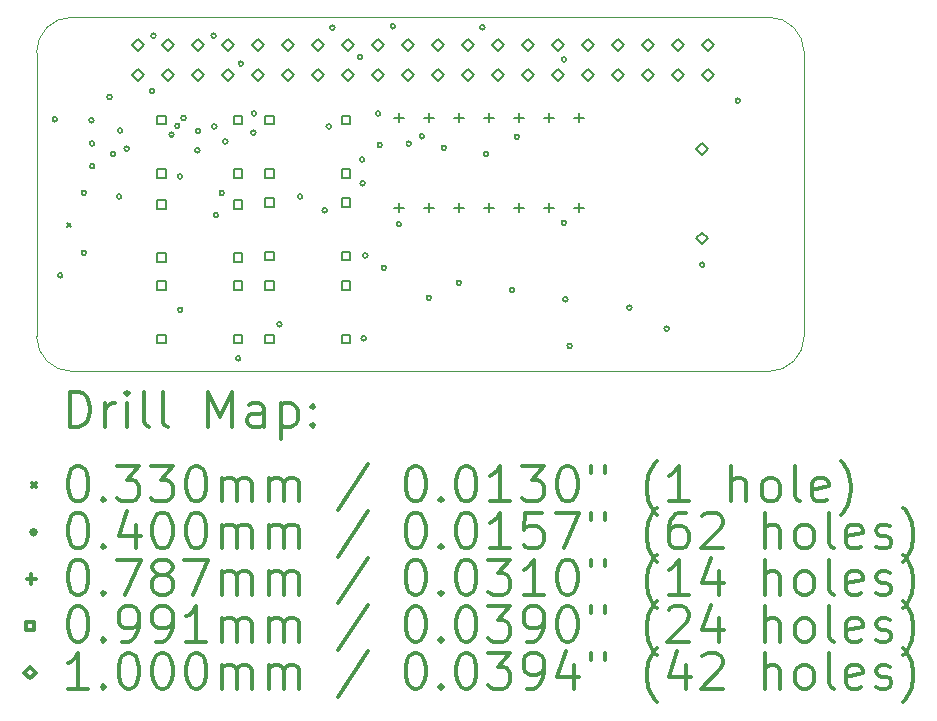
<source format=gbr>
%FSLAX45Y45*%
G04 Gerber Fmt 4.5, Leading zero omitted, Abs format (unit mm)*
G04 Created by KiCad (PCBNEW (5.1.10)-1) date 2021-06-05 16:37:24*
%MOMM*%
%LPD*%
G01*
G04 APERTURE LIST*
%TA.AperFunction,Profile*%
%ADD10C,0.100000*%
%TD*%
%ADD11C,0.200000*%
%ADD12C,0.300000*%
G04 APERTURE END LIST*
D10*
X1550000Y-5450000D02*
X7450000Y-5450000D01*
X1550000Y-2450000D02*
X7450000Y-2450000D01*
X1550000Y-2450000D02*
G75*
G03*
X1250000Y-2750000I0J-300000D01*
G01*
X7750000Y-2750000D02*
G75*
G03*
X7450000Y-2450000I-300000J0D01*
G01*
X7450000Y-5450000D02*
G75*
G03*
X7750000Y-5150000I0J300000D01*
G01*
X1250000Y-5150000D02*
G75*
G03*
X1550000Y-5450000I300000J0D01*
G01*
X1250000Y-2750000D02*
X1250000Y-5150000D01*
X7750000Y-2750000D02*
X7750000Y-5150000D01*
D11*
X1509090Y-4194880D02*
X1542110Y-4227900D01*
X1542110Y-4194880D02*
X1509090Y-4227900D01*
X1425000Y-3315000D02*
G75*
G03*
X1425000Y-3315000I-20000J0D01*
G01*
X1470000Y-4636000D02*
G75*
G03*
X1470000Y-4636000I-20000J0D01*
G01*
X1671000Y-3937000D02*
G75*
G03*
X1671000Y-3937000I-20000J0D01*
G01*
X1671000Y-4445000D02*
G75*
G03*
X1671000Y-4445000I-20000J0D01*
G01*
X1735000Y-3324000D02*
G75*
G03*
X1735000Y-3324000I-20000J0D01*
G01*
X1740000Y-3520000D02*
G75*
G03*
X1740000Y-3520000I-20000J0D01*
G01*
X1742000Y-3712000D02*
G75*
G03*
X1742000Y-3712000I-20000J0D01*
G01*
X1889000Y-3127000D02*
G75*
G03*
X1889000Y-3127000I-20000J0D01*
G01*
X1919000Y-3610000D02*
G75*
G03*
X1919000Y-3610000I-20000J0D01*
G01*
X1969000Y-3969000D02*
G75*
G03*
X1969000Y-3969000I-20000J0D01*
G01*
X1977000Y-3411000D02*
G75*
G03*
X1977000Y-3411000I-20000J0D01*
G01*
X2034000Y-3564000D02*
G75*
G03*
X2034000Y-3564000I-20000J0D01*
G01*
X2249000Y-3076000D02*
G75*
G03*
X2249000Y-3076000I-20000J0D01*
G01*
X2260000Y-2608000D02*
G75*
G03*
X2260000Y-2608000I-20000J0D01*
G01*
X2413000Y-3444000D02*
G75*
G03*
X2413000Y-3444000I-20000J0D01*
G01*
X2462000Y-3371000D02*
G75*
G03*
X2462000Y-3371000I-20000J0D01*
G01*
X2485000Y-3798000D02*
G75*
G03*
X2485000Y-3798000I-20000J0D01*
G01*
X2487000Y-4929000D02*
G75*
G03*
X2487000Y-4929000I-20000J0D01*
G01*
X2515000Y-3304000D02*
G75*
G03*
X2515000Y-3304000I-20000J0D01*
G01*
X2631377Y-3577377D02*
G75*
G03*
X2631377Y-3577377I-20000J0D01*
G01*
X2636000Y-3415000D02*
G75*
G03*
X2636000Y-3415000I-20000J0D01*
G01*
X2770000Y-2608000D02*
G75*
G03*
X2770000Y-2608000I-20000J0D01*
G01*
X2776000Y-3376000D02*
G75*
G03*
X2776000Y-3376000I-20000J0D01*
G01*
X2790000Y-4128000D02*
G75*
G03*
X2790000Y-4128000I-20000J0D01*
G01*
X2838000Y-3939000D02*
G75*
G03*
X2838000Y-3939000I-20000J0D01*
G01*
X2868000Y-3503000D02*
G75*
G03*
X2868000Y-3503000I-20000J0D01*
G01*
X2977000Y-5339000D02*
G75*
G03*
X2977000Y-5339000I-20000J0D01*
G01*
X3000000Y-2844000D02*
G75*
G03*
X3000000Y-2844000I-20000J0D01*
G01*
X3105000Y-3428000D02*
G75*
G03*
X3105000Y-3428000I-20000J0D01*
G01*
X3111000Y-3266000D02*
G75*
G03*
X3111000Y-3266000I-20000J0D01*
G01*
X3326000Y-5050000D02*
G75*
G03*
X3326000Y-5050000I-20000J0D01*
G01*
X3501773Y-3967649D02*
G75*
G03*
X3501773Y-3967649I-20000J0D01*
G01*
X3710000Y-4085000D02*
G75*
G03*
X3710000Y-4085000I-20000J0D01*
G01*
X3745000Y-3376000D02*
G75*
G03*
X3745000Y-3376000I-20000J0D01*
G01*
X3775000Y-2539000D02*
G75*
G03*
X3775000Y-2539000I-20000J0D01*
G01*
X4009000Y-2789000D02*
G75*
G03*
X4009000Y-2789000I-20000J0D01*
G01*
X4027000Y-3655000D02*
G75*
G03*
X4027000Y-3655000I-20000J0D01*
G01*
X4031000Y-3856500D02*
G75*
G03*
X4031000Y-3856500I-20000J0D01*
G01*
X4041000Y-5170000D02*
G75*
G03*
X4041000Y-5170000I-20000J0D01*
G01*
X4053000Y-4469000D02*
G75*
G03*
X4053000Y-4469000I-20000J0D01*
G01*
X4162000Y-3267000D02*
G75*
G03*
X4162000Y-3267000I-20000J0D01*
G01*
X4176000Y-3533000D02*
G75*
G03*
X4176000Y-3533000I-20000J0D01*
G01*
X4211000Y-4572000D02*
G75*
G03*
X4211000Y-4572000I-20000J0D01*
G01*
X4288000Y-2528000D02*
G75*
G03*
X4288000Y-2528000I-20000J0D01*
G01*
X4338000Y-4203770D02*
G75*
G03*
X4338000Y-4203770I-20000J0D01*
G01*
X4422000Y-3522000D02*
G75*
G03*
X4422000Y-3522000I-20000J0D01*
G01*
X4532623Y-3459377D02*
G75*
G03*
X4532623Y-3459377I-20000J0D01*
G01*
X4592000Y-4826000D02*
G75*
G03*
X4592000Y-4826000I-20000J0D01*
G01*
X4719000Y-3556000D02*
G75*
G03*
X4719000Y-3556000I-20000J0D01*
G01*
X4846000Y-4699000D02*
G75*
G03*
X4846000Y-4699000I-20000J0D01*
G01*
X5045000Y-2537000D02*
G75*
G03*
X5045000Y-2537000I-20000J0D01*
G01*
X5076000Y-3609000D02*
G75*
G03*
X5076000Y-3609000I-20000J0D01*
G01*
X5296000Y-4761000D02*
G75*
G03*
X5296000Y-4761000I-20000J0D01*
G01*
X5336000Y-3464000D02*
G75*
G03*
X5336000Y-3464000I-20000J0D01*
G01*
X5735000Y-4191000D02*
G75*
G03*
X5735000Y-4191000I-20000J0D01*
G01*
X5736000Y-2808000D02*
G75*
G03*
X5736000Y-2808000I-20000J0D01*
G01*
X5748000Y-4840000D02*
G75*
G03*
X5748000Y-4840000I-20000J0D01*
G01*
X5784000Y-5234000D02*
G75*
G03*
X5784000Y-5234000I-20000J0D01*
G01*
X6290000Y-4909000D02*
G75*
G03*
X6290000Y-4909000I-20000J0D01*
G01*
X6605000Y-5087000D02*
G75*
G03*
X6605000Y-5087000I-20000J0D01*
G01*
X6905000Y-4546000D02*
G75*
G03*
X6905000Y-4546000I-20000J0D01*
G01*
X7208000Y-3158000D02*
G75*
G03*
X7208000Y-3158000I-20000J0D01*
G01*
X4318000Y-3262630D02*
X4318000Y-3341370D01*
X4278630Y-3302000D02*
X4357370Y-3302000D01*
X4318000Y-4024630D02*
X4318000Y-4103370D01*
X4278630Y-4064000D02*
X4357370Y-4064000D01*
X4572000Y-3262630D02*
X4572000Y-3341370D01*
X4532630Y-3302000D02*
X4611370Y-3302000D01*
X4572000Y-4024630D02*
X4572000Y-4103370D01*
X4532630Y-4064000D02*
X4611370Y-4064000D01*
X4826000Y-3262630D02*
X4826000Y-3341370D01*
X4786630Y-3302000D02*
X4865370Y-3302000D01*
X4826000Y-4024630D02*
X4826000Y-4103370D01*
X4786630Y-4064000D02*
X4865370Y-4064000D01*
X5080000Y-3262630D02*
X5080000Y-3341370D01*
X5040630Y-3302000D02*
X5119370Y-3302000D01*
X5080000Y-4024630D02*
X5080000Y-4103370D01*
X5040630Y-4064000D02*
X5119370Y-4064000D01*
X5334000Y-3262630D02*
X5334000Y-3341370D01*
X5294630Y-3302000D02*
X5373370Y-3302000D01*
X5334000Y-4024630D02*
X5334000Y-4103370D01*
X5294630Y-4064000D02*
X5373370Y-4064000D01*
X5588000Y-3262630D02*
X5588000Y-3341370D01*
X5548630Y-3302000D02*
X5627370Y-3302000D01*
X5588000Y-4024630D02*
X5588000Y-4103370D01*
X5548630Y-4064000D02*
X5627370Y-4064000D01*
X5842000Y-3262630D02*
X5842000Y-3341370D01*
X5802630Y-3302000D02*
X5881370Y-3302000D01*
X5842000Y-4024630D02*
X5842000Y-4103370D01*
X5802630Y-4064000D02*
X5881370Y-4064000D01*
X2343023Y-3358023D02*
X2343023Y-3287977D01*
X2272977Y-3287977D01*
X2272977Y-3358023D01*
X2343023Y-3358023D01*
X2343023Y-3808023D02*
X2343023Y-3737977D01*
X2272977Y-3737977D01*
X2272977Y-3808023D01*
X2343023Y-3808023D01*
X2343023Y-4071023D02*
X2343023Y-4000977D01*
X2272977Y-4000977D01*
X2272977Y-4071023D01*
X2343023Y-4071023D01*
X2343023Y-4521023D02*
X2343023Y-4450977D01*
X2272977Y-4450977D01*
X2272977Y-4521023D01*
X2343023Y-4521023D01*
X2343023Y-4758023D02*
X2343023Y-4687977D01*
X2272977Y-4687977D01*
X2272977Y-4758023D01*
X2343023Y-4758023D01*
X2343023Y-5208023D02*
X2343023Y-5137977D01*
X2272977Y-5137977D01*
X2272977Y-5208023D01*
X2343023Y-5208023D01*
X2993023Y-3358023D02*
X2993023Y-3287977D01*
X2922977Y-3287977D01*
X2922977Y-3358023D01*
X2993023Y-3358023D01*
X2993023Y-3808023D02*
X2993023Y-3737977D01*
X2922977Y-3737977D01*
X2922977Y-3808023D01*
X2993023Y-3808023D01*
X2993023Y-4071023D02*
X2993023Y-4000977D01*
X2922977Y-4000977D01*
X2922977Y-4071023D01*
X2993023Y-4071023D01*
X2993023Y-4521023D02*
X2993023Y-4450977D01*
X2922977Y-4450977D01*
X2922977Y-4521023D01*
X2993023Y-4521023D01*
X2993023Y-4758023D02*
X2993023Y-4687977D01*
X2922977Y-4687977D01*
X2922977Y-4758023D01*
X2993023Y-4758023D01*
X2993023Y-5208023D02*
X2993023Y-5137977D01*
X2922977Y-5137977D01*
X2922977Y-5208023D01*
X2993023Y-5208023D01*
X3257023Y-3358023D02*
X3257023Y-3287977D01*
X3186977Y-3287977D01*
X3186977Y-3358023D01*
X3257023Y-3358023D01*
X3257023Y-3808023D02*
X3257023Y-3737977D01*
X3186977Y-3737977D01*
X3186977Y-3808023D01*
X3257023Y-3808023D01*
X3257023Y-4055023D02*
X3257023Y-3984977D01*
X3186977Y-3984977D01*
X3186977Y-4055023D01*
X3257023Y-4055023D01*
X3257023Y-4505023D02*
X3257023Y-4434977D01*
X3186977Y-4434977D01*
X3186977Y-4505023D01*
X3257023Y-4505023D01*
X3257023Y-4758023D02*
X3257023Y-4687977D01*
X3186977Y-4687977D01*
X3186977Y-4758023D01*
X3257023Y-4758023D01*
X3257023Y-5208023D02*
X3257023Y-5137977D01*
X3186977Y-5137977D01*
X3186977Y-5208023D01*
X3257023Y-5208023D01*
X3907023Y-3358023D02*
X3907023Y-3287977D01*
X3836977Y-3287977D01*
X3836977Y-3358023D01*
X3907023Y-3358023D01*
X3907023Y-3808023D02*
X3907023Y-3737977D01*
X3836977Y-3737977D01*
X3836977Y-3808023D01*
X3907023Y-3808023D01*
X3907023Y-4055023D02*
X3907023Y-3984977D01*
X3836977Y-3984977D01*
X3836977Y-4055023D01*
X3907023Y-4055023D01*
X3907023Y-4505023D02*
X3907023Y-4434977D01*
X3836977Y-4434977D01*
X3836977Y-4505023D01*
X3907023Y-4505023D01*
X3907023Y-4758023D02*
X3907023Y-4687977D01*
X3836977Y-4687977D01*
X3836977Y-4758023D01*
X3907023Y-4758023D01*
X3907023Y-5208023D02*
X3907023Y-5137977D01*
X3836977Y-5137977D01*
X3836977Y-5208023D01*
X3907023Y-5208023D01*
X2110000Y-2734000D02*
X2160000Y-2684000D01*
X2110000Y-2634000D01*
X2060000Y-2684000D01*
X2110000Y-2734000D01*
X2110000Y-2988000D02*
X2160000Y-2938000D01*
X2110000Y-2888000D01*
X2060000Y-2938000D01*
X2110000Y-2988000D01*
X2364000Y-2734000D02*
X2414000Y-2684000D01*
X2364000Y-2634000D01*
X2314000Y-2684000D01*
X2364000Y-2734000D01*
X2364000Y-2988000D02*
X2414000Y-2938000D01*
X2364000Y-2888000D01*
X2314000Y-2938000D01*
X2364000Y-2988000D01*
X2618000Y-2734000D02*
X2668000Y-2684000D01*
X2618000Y-2634000D01*
X2568000Y-2684000D01*
X2618000Y-2734000D01*
X2618000Y-2988000D02*
X2668000Y-2938000D01*
X2618000Y-2888000D01*
X2568000Y-2938000D01*
X2618000Y-2988000D01*
X2872000Y-2734000D02*
X2922000Y-2684000D01*
X2872000Y-2634000D01*
X2822000Y-2684000D01*
X2872000Y-2734000D01*
X2872000Y-2988000D02*
X2922000Y-2938000D01*
X2872000Y-2888000D01*
X2822000Y-2938000D01*
X2872000Y-2988000D01*
X3126000Y-2734000D02*
X3176000Y-2684000D01*
X3126000Y-2634000D01*
X3076000Y-2684000D01*
X3126000Y-2734000D01*
X3126000Y-2988000D02*
X3176000Y-2938000D01*
X3126000Y-2888000D01*
X3076000Y-2938000D01*
X3126000Y-2988000D01*
X3380000Y-2734000D02*
X3430000Y-2684000D01*
X3380000Y-2634000D01*
X3330000Y-2684000D01*
X3380000Y-2734000D01*
X3380000Y-2988000D02*
X3430000Y-2938000D01*
X3380000Y-2888000D01*
X3330000Y-2938000D01*
X3380000Y-2988000D01*
X3634000Y-2734000D02*
X3684000Y-2684000D01*
X3634000Y-2634000D01*
X3584000Y-2684000D01*
X3634000Y-2734000D01*
X3634000Y-2988000D02*
X3684000Y-2938000D01*
X3634000Y-2888000D01*
X3584000Y-2938000D01*
X3634000Y-2988000D01*
X3888000Y-2734000D02*
X3938000Y-2684000D01*
X3888000Y-2634000D01*
X3838000Y-2684000D01*
X3888000Y-2734000D01*
X3888000Y-2988000D02*
X3938000Y-2938000D01*
X3888000Y-2888000D01*
X3838000Y-2938000D01*
X3888000Y-2988000D01*
X4142000Y-2734000D02*
X4192000Y-2684000D01*
X4142000Y-2634000D01*
X4092000Y-2684000D01*
X4142000Y-2734000D01*
X4142000Y-2988000D02*
X4192000Y-2938000D01*
X4142000Y-2888000D01*
X4092000Y-2938000D01*
X4142000Y-2988000D01*
X4396000Y-2734000D02*
X4446000Y-2684000D01*
X4396000Y-2634000D01*
X4346000Y-2684000D01*
X4396000Y-2734000D01*
X4396000Y-2988000D02*
X4446000Y-2938000D01*
X4396000Y-2888000D01*
X4346000Y-2938000D01*
X4396000Y-2988000D01*
X4650000Y-2734000D02*
X4700000Y-2684000D01*
X4650000Y-2634000D01*
X4600000Y-2684000D01*
X4650000Y-2734000D01*
X4650000Y-2988000D02*
X4700000Y-2938000D01*
X4650000Y-2888000D01*
X4600000Y-2938000D01*
X4650000Y-2988000D01*
X4904000Y-2734000D02*
X4954000Y-2684000D01*
X4904000Y-2634000D01*
X4854000Y-2684000D01*
X4904000Y-2734000D01*
X4904000Y-2988000D02*
X4954000Y-2938000D01*
X4904000Y-2888000D01*
X4854000Y-2938000D01*
X4904000Y-2988000D01*
X5158000Y-2734000D02*
X5208000Y-2684000D01*
X5158000Y-2634000D01*
X5108000Y-2684000D01*
X5158000Y-2734000D01*
X5158000Y-2988000D02*
X5208000Y-2938000D01*
X5158000Y-2888000D01*
X5108000Y-2938000D01*
X5158000Y-2988000D01*
X5412000Y-2734000D02*
X5462000Y-2684000D01*
X5412000Y-2634000D01*
X5362000Y-2684000D01*
X5412000Y-2734000D01*
X5412000Y-2988000D02*
X5462000Y-2938000D01*
X5412000Y-2888000D01*
X5362000Y-2938000D01*
X5412000Y-2988000D01*
X5666000Y-2734000D02*
X5716000Y-2684000D01*
X5666000Y-2634000D01*
X5616000Y-2684000D01*
X5666000Y-2734000D01*
X5666000Y-2988000D02*
X5716000Y-2938000D01*
X5666000Y-2888000D01*
X5616000Y-2938000D01*
X5666000Y-2988000D01*
X5920000Y-2734000D02*
X5970000Y-2684000D01*
X5920000Y-2634000D01*
X5870000Y-2684000D01*
X5920000Y-2734000D01*
X5920000Y-2988000D02*
X5970000Y-2938000D01*
X5920000Y-2888000D01*
X5870000Y-2938000D01*
X5920000Y-2988000D01*
X6174000Y-2734000D02*
X6224000Y-2684000D01*
X6174000Y-2634000D01*
X6124000Y-2684000D01*
X6174000Y-2734000D01*
X6174000Y-2988000D02*
X6224000Y-2938000D01*
X6174000Y-2888000D01*
X6124000Y-2938000D01*
X6174000Y-2988000D01*
X6428000Y-2734000D02*
X6478000Y-2684000D01*
X6428000Y-2634000D01*
X6378000Y-2684000D01*
X6428000Y-2734000D01*
X6428000Y-2988000D02*
X6478000Y-2938000D01*
X6428000Y-2888000D01*
X6378000Y-2938000D01*
X6428000Y-2988000D01*
X6682000Y-2734000D02*
X6732000Y-2684000D01*
X6682000Y-2634000D01*
X6632000Y-2684000D01*
X6682000Y-2734000D01*
X6682000Y-2988000D02*
X6732000Y-2938000D01*
X6682000Y-2888000D01*
X6632000Y-2938000D01*
X6682000Y-2988000D01*
X6886000Y-3614000D02*
X6936000Y-3564000D01*
X6886000Y-3514000D01*
X6836000Y-3564000D01*
X6886000Y-3614000D01*
X6886000Y-4374000D02*
X6936000Y-4324000D01*
X6886000Y-4274000D01*
X6836000Y-4324000D01*
X6886000Y-4374000D01*
X6936000Y-2734000D02*
X6986000Y-2684000D01*
X6936000Y-2634000D01*
X6886000Y-2684000D01*
X6936000Y-2734000D01*
X6936000Y-2988000D02*
X6986000Y-2938000D01*
X6936000Y-2888000D01*
X6886000Y-2938000D01*
X6936000Y-2988000D01*
D12*
X1531428Y-5920714D02*
X1531428Y-5620714D01*
X1602857Y-5620714D01*
X1645714Y-5635000D01*
X1674286Y-5663571D01*
X1688571Y-5692143D01*
X1702857Y-5749286D01*
X1702857Y-5792143D01*
X1688571Y-5849286D01*
X1674286Y-5877857D01*
X1645714Y-5906429D01*
X1602857Y-5920714D01*
X1531428Y-5920714D01*
X1831428Y-5920714D02*
X1831428Y-5720714D01*
X1831428Y-5777857D02*
X1845714Y-5749286D01*
X1860000Y-5735000D01*
X1888571Y-5720714D01*
X1917143Y-5720714D01*
X2017143Y-5920714D02*
X2017143Y-5720714D01*
X2017143Y-5620714D02*
X2002857Y-5635000D01*
X2017143Y-5649286D01*
X2031428Y-5635000D01*
X2017143Y-5620714D01*
X2017143Y-5649286D01*
X2202857Y-5920714D02*
X2174286Y-5906429D01*
X2160000Y-5877857D01*
X2160000Y-5620714D01*
X2360000Y-5920714D02*
X2331428Y-5906429D01*
X2317143Y-5877857D01*
X2317143Y-5620714D01*
X2702857Y-5920714D02*
X2702857Y-5620714D01*
X2802857Y-5835000D01*
X2902857Y-5620714D01*
X2902857Y-5920714D01*
X3174286Y-5920714D02*
X3174286Y-5763571D01*
X3160000Y-5735000D01*
X3131428Y-5720714D01*
X3074286Y-5720714D01*
X3045714Y-5735000D01*
X3174286Y-5906429D02*
X3145714Y-5920714D01*
X3074286Y-5920714D01*
X3045714Y-5906429D01*
X3031428Y-5877857D01*
X3031428Y-5849286D01*
X3045714Y-5820714D01*
X3074286Y-5806429D01*
X3145714Y-5806429D01*
X3174286Y-5792143D01*
X3317143Y-5720714D02*
X3317143Y-6020714D01*
X3317143Y-5735000D02*
X3345714Y-5720714D01*
X3402857Y-5720714D01*
X3431428Y-5735000D01*
X3445714Y-5749286D01*
X3460000Y-5777857D01*
X3460000Y-5863571D01*
X3445714Y-5892143D01*
X3431428Y-5906429D01*
X3402857Y-5920714D01*
X3345714Y-5920714D01*
X3317143Y-5906429D01*
X3588571Y-5892143D02*
X3602857Y-5906429D01*
X3588571Y-5920714D01*
X3574286Y-5906429D01*
X3588571Y-5892143D01*
X3588571Y-5920714D01*
X3588571Y-5735000D02*
X3602857Y-5749286D01*
X3588571Y-5763571D01*
X3574286Y-5749286D01*
X3588571Y-5735000D01*
X3588571Y-5763571D01*
X1211980Y-6398490D02*
X1245000Y-6431510D01*
X1245000Y-6398490D02*
X1211980Y-6431510D01*
X1588571Y-6250714D02*
X1617143Y-6250714D01*
X1645714Y-6265000D01*
X1660000Y-6279286D01*
X1674286Y-6307857D01*
X1688571Y-6365000D01*
X1688571Y-6436429D01*
X1674286Y-6493571D01*
X1660000Y-6522143D01*
X1645714Y-6536429D01*
X1617143Y-6550714D01*
X1588571Y-6550714D01*
X1560000Y-6536429D01*
X1545714Y-6522143D01*
X1531428Y-6493571D01*
X1517143Y-6436429D01*
X1517143Y-6365000D01*
X1531428Y-6307857D01*
X1545714Y-6279286D01*
X1560000Y-6265000D01*
X1588571Y-6250714D01*
X1817143Y-6522143D02*
X1831428Y-6536429D01*
X1817143Y-6550714D01*
X1802857Y-6536429D01*
X1817143Y-6522143D01*
X1817143Y-6550714D01*
X1931428Y-6250714D02*
X2117143Y-6250714D01*
X2017143Y-6365000D01*
X2060000Y-6365000D01*
X2088571Y-6379286D01*
X2102857Y-6393571D01*
X2117143Y-6422143D01*
X2117143Y-6493571D01*
X2102857Y-6522143D01*
X2088571Y-6536429D01*
X2060000Y-6550714D01*
X1974286Y-6550714D01*
X1945714Y-6536429D01*
X1931428Y-6522143D01*
X2217143Y-6250714D02*
X2402857Y-6250714D01*
X2302857Y-6365000D01*
X2345714Y-6365000D01*
X2374286Y-6379286D01*
X2388571Y-6393571D01*
X2402857Y-6422143D01*
X2402857Y-6493571D01*
X2388571Y-6522143D01*
X2374286Y-6536429D01*
X2345714Y-6550714D01*
X2260000Y-6550714D01*
X2231428Y-6536429D01*
X2217143Y-6522143D01*
X2588571Y-6250714D02*
X2617143Y-6250714D01*
X2645714Y-6265000D01*
X2660000Y-6279286D01*
X2674286Y-6307857D01*
X2688571Y-6365000D01*
X2688571Y-6436429D01*
X2674286Y-6493571D01*
X2660000Y-6522143D01*
X2645714Y-6536429D01*
X2617143Y-6550714D01*
X2588571Y-6550714D01*
X2560000Y-6536429D01*
X2545714Y-6522143D01*
X2531428Y-6493571D01*
X2517143Y-6436429D01*
X2517143Y-6365000D01*
X2531428Y-6307857D01*
X2545714Y-6279286D01*
X2560000Y-6265000D01*
X2588571Y-6250714D01*
X2817143Y-6550714D02*
X2817143Y-6350714D01*
X2817143Y-6379286D02*
X2831428Y-6365000D01*
X2860000Y-6350714D01*
X2902857Y-6350714D01*
X2931428Y-6365000D01*
X2945714Y-6393571D01*
X2945714Y-6550714D01*
X2945714Y-6393571D02*
X2960000Y-6365000D01*
X2988571Y-6350714D01*
X3031428Y-6350714D01*
X3060000Y-6365000D01*
X3074286Y-6393571D01*
X3074286Y-6550714D01*
X3217143Y-6550714D02*
X3217143Y-6350714D01*
X3217143Y-6379286D02*
X3231428Y-6365000D01*
X3260000Y-6350714D01*
X3302857Y-6350714D01*
X3331428Y-6365000D01*
X3345714Y-6393571D01*
X3345714Y-6550714D01*
X3345714Y-6393571D02*
X3360000Y-6365000D01*
X3388571Y-6350714D01*
X3431428Y-6350714D01*
X3460000Y-6365000D01*
X3474286Y-6393571D01*
X3474286Y-6550714D01*
X4060000Y-6236429D02*
X3802857Y-6622143D01*
X4445714Y-6250714D02*
X4474286Y-6250714D01*
X4502857Y-6265000D01*
X4517143Y-6279286D01*
X4531428Y-6307857D01*
X4545714Y-6365000D01*
X4545714Y-6436429D01*
X4531428Y-6493571D01*
X4517143Y-6522143D01*
X4502857Y-6536429D01*
X4474286Y-6550714D01*
X4445714Y-6550714D01*
X4417143Y-6536429D01*
X4402857Y-6522143D01*
X4388571Y-6493571D01*
X4374286Y-6436429D01*
X4374286Y-6365000D01*
X4388571Y-6307857D01*
X4402857Y-6279286D01*
X4417143Y-6265000D01*
X4445714Y-6250714D01*
X4674286Y-6522143D02*
X4688571Y-6536429D01*
X4674286Y-6550714D01*
X4660000Y-6536429D01*
X4674286Y-6522143D01*
X4674286Y-6550714D01*
X4874286Y-6250714D02*
X4902857Y-6250714D01*
X4931428Y-6265000D01*
X4945714Y-6279286D01*
X4960000Y-6307857D01*
X4974286Y-6365000D01*
X4974286Y-6436429D01*
X4960000Y-6493571D01*
X4945714Y-6522143D01*
X4931428Y-6536429D01*
X4902857Y-6550714D01*
X4874286Y-6550714D01*
X4845714Y-6536429D01*
X4831428Y-6522143D01*
X4817143Y-6493571D01*
X4802857Y-6436429D01*
X4802857Y-6365000D01*
X4817143Y-6307857D01*
X4831428Y-6279286D01*
X4845714Y-6265000D01*
X4874286Y-6250714D01*
X5260000Y-6550714D02*
X5088571Y-6550714D01*
X5174286Y-6550714D02*
X5174286Y-6250714D01*
X5145714Y-6293571D01*
X5117143Y-6322143D01*
X5088571Y-6336429D01*
X5360000Y-6250714D02*
X5545714Y-6250714D01*
X5445714Y-6365000D01*
X5488571Y-6365000D01*
X5517143Y-6379286D01*
X5531428Y-6393571D01*
X5545714Y-6422143D01*
X5545714Y-6493571D01*
X5531428Y-6522143D01*
X5517143Y-6536429D01*
X5488571Y-6550714D01*
X5402857Y-6550714D01*
X5374286Y-6536429D01*
X5360000Y-6522143D01*
X5731428Y-6250714D02*
X5760000Y-6250714D01*
X5788571Y-6265000D01*
X5802857Y-6279286D01*
X5817143Y-6307857D01*
X5831428Y-6365000D01*
X5831428Y-6436429D01*
X5817143Y-6493571D01*
X5802857Y-6522143D01*
X5788571Y-6536429D01*
X5760000Y-6550714D01*
X5731428Y-6550714D01*
X5702857Y-6536429D01*
X5688571Y-6522143D01*
X5674286Y-6493571D01*
X5660000Y-6436429D01*
X5660000Y-6365000D01*
X5674286Y-6307857D01*
X5688571Y-6279286D01*
X5702857Y-6265000D01*
X5731428Y-6250714D01*
X5945714Y-6250714D02*
X5945714Y-6307857D01*
X6060000Y-6250714D02*
X6060000Y-6307857D01*
X6502857Y-6665000D02*
X6488571Y-6650714D01*
X6460000Y-6607857D01*
X6445714Y-6579286D01*
X6431428Y-6536429D01*
X6417143Y-6465000D01*
X6417143Y-6407857D01*
X6431428Y-6336429D01*
X6445714Y-6293571D01*
X6460000Y-6265000D01*
X6488571Y-6222143D01*
X6502857Y-6207857D01*
X6774286Y-6550714D02*
X6602857Y-6550714D01*
X6688571Y-6550714D02*
X6688571Y-6250714D01*
X6660000Y-6293571D01*
X6631428Y-6322143D01*
X6602857Y-6336429D01*
X7131428Y-6550714D02*
X7131428Y-6250714D01*
X7260000Y-6550714D02*
X7260000Y-6393571D01*
X7245714Y-6365000D01*
X7217143Y-6350714D01*
X7174286Y-6350714D01*
X7145714Y-6365000D01*
X7131428Y-6379286D01*
X7445714Y-6550714D02*
X7417143Y-6536429D01*
X7402857Y-6522143D01*
X7388571Y-6493571D01*
X7388571Y-6407857D01*
X7402857Y-6379286D01*
X7417143Y-6365000D01*
X7445714Y-6350714D01*
X7488571Y-6350714D01*
X7517143Y-6365000D01*
X7531428Y-6379286D01*
X7545714Y-6407857D01*
X7545714Y-6493571D01*
X7531428Y-6522143D01*
X7517143Y-6536429D01*
X7488571Y-6550714D01*
X7445714Y-6550714D01*
X7717143Y-6550714D02*
X7688571Y-6536429D01*
X7674286Y-6507857D01*
X7674286Y-6250714D01*
X7945714Y-6536429D02*
X7917143Y-6550714D01*
X7860000Y-6550714D01*
X7831428Y-6536429D01*
X7817143Y-6507857D01*
X7817143Y-6393571D01*
X7831428Y-6365000D01*
X7860000Y-6350714D01*
X7917143Y-6350714D01*
X7945714Y-6365000D01*
X7960000Y-6393571D01*
X7960000Y-6422143D01*
X7817143Y-6450714D01*
X8060000Y-6665000D02*
X8074286Y-6650714D01*
X8102857Y-6607857D01*
X8117143Y-6579286D01*
X8131428Y-6536429D01*
X8145714Y-6465000D01*
X8145714Y-6407857D01*
X8131428Y-6336429D01*
X8117143Y-6293571D01*
X8102857Y-6265000D01*
X8074286Y-6222143D01*
X8060000Y-6207857D01*
X1245000Y-6811000D02*
G75*
G03*
X1245000Y-6811000I-20000J0D01*
G01*
X1588571Y-6646714D02*
X1617143Y-6646714D01*
X1645714Y-6661000D01*
X1660000Y-6675286D01*
X1674286Y-6703857D01*
X1688571Y-6761000D01*
X1688571Y-6832429D01*
X1674286Y-6889571D01*
X1660000Y-6918143D01*
X1645714Y-6932429D01*
X1617143Y-6946714D01*
X1588571Y-6946714D01*
X1560000Y-6932429D01*
X1545714Y-6918143D01*
X1531428Y-6889571D01*
X1517143Y-6832429D01*
X1517143Y-6761000D01*
X1531428Y-6703857D01*
X1545714Y-6675286D01*
X1560000Y-6661000D01*
X1588571Y-6646714D01*
X1817143Y-6918143D02*
X1831428Y-6932429D01*
X1817143Y-6946714D01*
X1802857Y-6932429D01*
X1817143Y-6918143D01*
X1817143Y-6946714D01*
X2088571Y-6746714D02*
X2088571Y-6946714D01*
X2017143Y-6632429D02*
X1945714Y-6846714D01*
X2131428Y-6846714D01*
X2302857Y-6646714D02*
X2331428Y-6646714D01*
X2360000Y-6661000D01*
X2374286Y-6675286D01*
X2388571Y-6703857D01*
X2402857Y-6761000D01*
X2402857Y-6832429D01*
X2388571Y-6889571D01*
X2374286Y-6918143D01*
X2360000Y-6932429D01*
X2331428Y-6946714D01*
X2302857Y-6946714D01*
X2274286Y-6932429D01*
X2260000Y-6918143D01*
X2245714Y-6889571D01*
X2231428Y-6832429D01*
X2231428Y-6761000D01*
X2245714Y-6703857D01*
X2260000Y-6675286D01*
X2274286Y-6661000D01*
X2302857Y-6646714D01*
X2588571Y-6646714D02*
X2617143Y-6646714D01*
X2645714Y-6661000D01*
X2660000Y-6675286D01*
X2674286Y-6703857D01*
X2688571Y-6761000D01*
X2688571Y-6832429D01*
X2674286Y-6889571D01*
X2660000Y-6918143D01*
X2645714Y-6932429D01*
X2617143Y-6946714D01*
X2588571Y-6946714D01*
X2560000Y-6932429D01*
X2545714Y-6918143D01*
X2531428Y-6889571D01*
X2517143Y-6832429D01*
X2517143Y-6761000D01*
X2531428Y-6703857D01*
X2545714Y-6675286D01*
X2560000Y-6661000D01*
X2588571Y-6646714D01*
X2817143Y-6946714D02*
X2817143Y-6746714D01*
X2817143Y-6775286D02*
X2831428Y-6761000D01*
X2860000Y-6746714D01*
X2902857Y-6746714D01*
X2931428Y-6761000D01*
X2945714Y-6789571D01*
X2945714Y-6946714D01*
X2945714Y-6789571D02*
X2960000Y-6761000D01*
X2988571Y-6746714D01*
X3031428Y-6746714D01*
X3060000Y-6761000D01*
X3074286Y-6789571D01*
X3074286Y-6946714D01*
X3217143Y-6946714D02*
X3217143Y-6746714D01*
X3217143Y-6775286D02*
X3231428Y-6761000D01*
X3260000Y-6746714D01*
X3302857Y-6746714D01*
X3331428Y-6761000D01*
X3345714Y-6789571D01*
X3345714Y-6946714D01*
X3345714Y-6789571D02*
X3360000Y-6761000D01*
X3388571Y-6746714D01*
X3431428Y-6746714D01*
X3460000Y-6761000D01*
X3474286Y-6789571D01*
X3474286Y-6946714D01*
X4060000Y-6632429D02*
X3802857Y-7018143D01*
X4445714Y-6646714D02*
X4474286Y-6646714D01*
X4502857Y-6661000D01*
X4517143Y-6675286D01*
X4531428Y-6703857D01*
X4545714Y-6761000D01*
X4545714Y-6832429D01*
X4531428Y-6889571D01*
X4517143Y-6918143D01*
X4502857Y-6932429D01*
X4474286Y-6946714D01*
X4445714Y-6946714D01*
X4417143Y-6932429D01*
X4402857Y-6918143D01*
X4388571Y-6889571D01*
X4374286Y-6832429D01*
X4374286Y-6761000D01*
X4388571Y-6703857D01*
X4402857Y-6675286D01*
X4417143Y-6661000D01*
X4445714Y-6646714D01*
X4674286Y-6918143D02*
X4688571Y-6932429D01*
X4674286Y-6946714D01*
X4660000Y-6932429D01*
X4674286Y-6918143D01*
X4674286Y-6946714D01*
X4874286Y-6646714D02*
X4902857Y-6646714D01*
X4931428Y-6661000D01*
X4945714Y-6675286D01*
X4960000Y-6703857D01*
X4974286Y-6761000D01*
X4974286Y-6832429D01*
X4960000Y-6889571D01*
X4945714Y-6918143D01*
X4931428Y-6932429D01*
X4902857Y-6946714D01*
X4874286Y-6946714D01*
X4845714Y-6932429D01*
X4831428Y-6918143D01*
X4817143Y-6889571D01*
X4802857Y-6832429D01*
X4802857Y-6761000D01*
X4817143Y-6703857D01*
X4831428Y-6675286D01*
X4845714Y-6661000D01*
X4874286Y-6646714D01*
X5260000Y-6946714D02*
X5088571Y-6946714D01*
X5174286Y-6946714D02*
X5174286Y-6646714D01*
X5145714Y-6689571D01*
X5117143Y-6718143D01*
X5088571Y-6732429D01*
X5531428Y-6646714D02*
X5388571Y-6646714D01*
X5374286Y-6789571D01*
X5388571Y-6775286D01*
X5417143Y-6761000D01*
X5488571Y-6761000D01*
X5517143Y-6775286D01*
X5531428Y-6789571D01*
X5545714Y-6818143D01*
X5545714Y-6889571D01*
X5531428Y-6918143D01*
X5517143Y-6932429D01*
X5488571Y-6946714D01*
X5417143Y-6946714D01*
X5388571Y-6932429D01*
X5374286Y-6918143D01*
X5645714Y-6646714D02*
X5845714Y-6646714D01*
X5717143Y-6946714D01*
X5945714Y-6646714D02*
X5945714Y-6703857D01*
X6060000Y-6646714D02*
X6060000Y-6703857D01*
X6502857Y-7061000D02*
X6488571Y-7046714D01*
X6460000Y-7003857D01*
X6445714Y-6975286D01*
X6431428Y-6932429D01*
X6417143Y-6861000D01*
X6417143Y-6803857D01*
X6431428Y-6732429D01*
X6445714Y-6689571D01*
X6460000Y-6661000D01*
X6488571Y-6618143D01*
X6502857Y-6603857D01*
X6745714Y-6646714D02*
X6688571Y-6646714D01*
X6660000Y-6661000D01*
X6645714Y-6675286D01*
X6617143Y-6718143D01*
X6602857Y-6775286D01*
X6602857Y-6889571D01*
X6617143Y-6918143D01*
X6631428Y-6932429D01*
X6660000Y-6946714D01*
X6717143Y-6946714D01*
X6745714Y-6932429D01*
X6760000Y-6918143D01*
X6774286Y-6889571D01*
X6774286Y-6818143D01*
X6760000Y-6789571D01*
X6745714Y-6775286D01*
X6717143Y-6761000D01*
X6660000Y-6761000D01*
X6631428Y-6775286D01*
X6617143Y-6789571D01*
X6602857Y-6818143D01*
X6888571Y-6675286D02*
X6902857Y-6661000D01*
X6931428Y-6646714D01*
X7002857Y-6646714D01*
X7031428Y-6661000D01*
X7045714Y-6675286D01*
X7060000Y-6703857D01*
X7060000Y-6732429D01*
X7045714Y-6775286D01*
X6874286Y-6946714D01*
X7060000Y-6946714D01*
X7417143Y-6946714D02*
X7417143Y-6646714D01*
X7545714Y-6946714D02*
X7545714Y-6789571D01*
X7531428Y-6761000D01*
X7502857Y-6746714D01*
X7460000Y-6746714D01*
X7431428Y-6761000D01*
X7417143Y-6775286D01*
X7731428Y-6946714D02*
X7702857Y-6932429D01*
X7688571Y-6918143D01*
X7674286Y-6889571D01*
X7674286Y-6803857D01*
X7688571Y-6775286D01*
X7702857Y-6761000D01*
X7731428Y-6746714D01*
X7774286Y-6746714D01*
X7802857Y-6761000D01*
X7817143Y-6775286D01*
X7831428Y-6803857D01*
X7831428Y-6889571D01*
X7817143Y-6918143D01*
X7802857Y-6932429D01*
X7774286Y-6946714D01*
X7731428Y-6946714D01*
X8002857Y-6946714D02*
X7974286Y-6932429D01*
X7960000Y-6903857D01*
X7960000Y-6646714D01*
X8231428Y-6932429D02*
X8202857Y-6946714D01*
X8145714Y-6946714D01*
X8117143Y-6932429D01*
X8102857Y-6903857D01*
X8102857Y-6789571D01*
X8117143Y-6761000D01*
X8145714Y-6746714D01*
X8202857Y-6746714D01*
X8231428Y-6761000D01*
X8245714Y-6789571D01*
X8245714Y-6818143D01*
X8102857Y-6846714D01*
X8360000Y-6932429D02*
X8388571Y-6946714D01*
X8445714Y-6946714D01*
X8474286Y-6932429D01*
X8488571Y-6903857D01*
X8488571Y-6889571D01*
X8474286Y-6861000D01*
X8445714Y-6846714D01*
X8402857Y-6846714D01*
X8374286Y-6832429D01*
X8360000Y-6803857D01*
X8360000Y-6789571D01*
X8374286Y-6761000D01*
X8402857Y-6746714D01*
X8445714Y-6746714D01*
X8474286Y-6761000D01*
X8588571Y-7061000D02*
X8602857Y-7046714D01*
X8631428Y-7003857D01*
X8645714Y-6975286D01*
X8660000Y-6932429D01*
X8674286Y-6861000D01*
X8674286Y-6803857D01*
X8660000Y-6732429D01*
X8645714Y-6689571D01*
X8631428Y-6661000D01*
X8602857Y-6618143D01*
X8588571Y-6603857D01*
X1205630Y-7167630D02*
X1205630Y-7246370D01*
X1166260Y-7207000D02*
X1245000Y-7207000D01*
X1588571Y-7042714D02*
X1617143Y-7042714D01*
X1645714Y-7057000D01*
X1660000Y-7071286D01*
X1674286Y-7099857D01*
X1688571Y-7157000D01*
X1688571Y-7228429D01*
X1674286Y-7285571D01*
X1660000Y-7314143D01*
X1645714Y-7328429D01*
X1617143Y-7342714D01*
X1588571Y-7342714D01*
X1560000Y-7328429D01*
X1545714Y-7314143D01*
X1531428Y-7285571D01*
X1517143Y-7228429D01*
X1517143Y-7157000D01*
X1531428Y-7099857D01*
X1545714Y-7071286D01*
X1560000Y-7057000D01*
X1588571Y-7042714D01*
X1817143Y-7314143D02*
X1831428Y-7328429D01*
X1817143Y-7342714D01*
X1802857Y-7328429D01*
X1817143Y-7314143D01*
X1817143Y-7342714D01*
X1931428Y-7042714D02*
X2131428Y-7042714D01*
X2002857Y-7342714D01*
X2288571Y-7171286D02*
X2260000Y-7157000D01*
X2245714Y-7142714D01*
X2231428Y-7114143D01*
X2231428Y-7099857D01*
X2245714Y-7071286D01*
X2260000Y-7057000D01*
X2288571Y-7042714D01*
X2345714Y-7042714D01*
X2374286Y-7057000D01*
X2388571Y-7071286D01*
X2402857Y-7099857D01*
X2402857Y-7114143D01*
X2388571Y-7142714D01*
X2374286Y-7157000D01*
X2345714Y-7171286D01*
X2288571Y-7171286D01*
X2260000Y-7185571D01*
X2245714Y-7199857D01*
X2231428Y-7228429D01*
X2231428Y-7285571D01*
X2245714Y-7314143D01*
X2260000Y-7328429D01*
X2288571Y-7342714D01*
X2345714Y-7342714D01*
X2374286Y-7328429D01*
X2388571Y-7314143D01*
X2402857Y-7285571D01*
X2402857Y-7228429D01*
X2388571Y-7199857D01*
X2374286Y-7185571D01*
X2345714Y-7171286D01*
X2502857Y-7042714D02*
X2702857Y-7042714D01*
X2574286Y-7342714D01*
X2817143Y-7342714D02*
X2817143Y-7142714D01*
X2817143Y-7171286D02*
X2831428Y-7157000D01*
X2860000Y-7142714D01*
X2902857Y-7142714D01*
X2931428Y-7157000D01*
X2945714Y-7185571D01*
X2945714Y-7342714D01*
X2945714Y-7185571D02*
X2960000Y-7157000D01*
X2988571Y-7142714D01*
X3031428Y-7142714D01*
X3060000Y-7157000D01*
X3074286Y-7185571D01*
X3074286Y-7342714D01*
X3217143Y-7342714D02*
X3217143Y-7142714D01*
X3217143Y-7171286D02*
X3231428Y-7157000D01*
X3260000Y-7142714D01*
X3302857Y-7142714D01*
X3331428Y-7157000D01*
X3345714Y-7185571D01*
X3345714Y-7342714D01*
X3345714Y-7185571D02*
X3360000Y-7157000D01*
X3388571Y-7142714D01*
X3431428Y-7142714D01*
X3460000Y-7157000D01*
X3474286Y-7185571D01*
X3474286Y-7342714D01*
X4060000Y-7028429D02*
X3802857Y-7414143D01*
X4445714Y-7042714D02*
X4474286Y-7042714D01*
X4502857Y-7057000D01*
X4517143Y-7071286D01*
X4531428Y-7099857D01*
X4545714Y-7157000D01*
X4545714Y-7228429D01*
X4531428Y-7285571D01*
X4517143Y-7314143D01*
X4502857Y-7328429D01*
X4474286Y-7342714D01*
X4445714Y-7342714D01*
X4417143Y-7328429D01*
X4402857Y-7314143D01*
X4388571Y-7285571D01*
X4374286Y-7228429D01*
X4374286Y-7157000D01*
X4388571Y-7099857D01*
X4402857Y-7071286D01*
X4417143Y-7057000D01*
X4445714Y-7042714D01*
X4674286Y-7314143D02*
X4688571Y-7328429D01*
X4674286Y-7342714D01*
X4660000Y-7328429D01*
X4674286Y-7314143D01*
X4674286Y-7342714D01*
X4874286Y-7042714D02*
X4902857Y-7042714D01*
X4931428Y-7057000D01*
X4945714Y-7071286D01*
X4960000Y-7099857D01*
X4974286Y-7157000D01*
X4974286Y-7228429D01*
X4960000Y-7285571D01*
X4945714Y-7314143D01*
X4931428Y-7328429D01*
X4902857Y-7342714D01*
X4874286Y-7342714D01*
X4845714Y-7328429D01*
X4831428Y-7314143D01*
X4817143Y-7285571D01*
X4802857Y-7228429D01*
X4802857Y-7157000D01*
X4817143Y-7099857D01*
X4831428Y-7071286D01*
X4845714Y-7057000D01*
X4874286Y-7042714D01*
X5074286Y-7042714D02*
X5260000Y-7042714D01*
X5160000Y-7157000D01*
X5202857Y-7157000D01*
X5231428Y-7171286D01*
X5245714Y-7185571D01*
X5260000Y-7214143D01*
X5260000Y-7285571D01*
X5245714Y-7314143D01*
X5231428Y-7328429D01*
X5202857Y-7342714D01*
X5117143Y-7342714D01*
X5088571Y-7328429D01*
X5074286Y-7314143D01*
X5545714Y-7342714D02*
X5374286Y-7342714D01*
X5460000Y-7342714D02*
X5460000Y-7042714D01*
X5431428Y-7085571D01*
X5402857Y-7114143D01*
X5374286Y-7128429D01*
X5731428Y-7042714D02*
X5760000Y-7042714D01*
X5788571Y-7057000D01*
X5802857Y-7071286D01*
X5817143Y-7099857D01*
X5831428Y-7157000D01*
X5831428Y-7228429D01*
X5817143Y-7285571D01*
X5802857Y-7314143D01*
X5788571Y-7328429D01*
X5760000Y-7342714D01*
X5731428Y-7342714D01*
X5702857Y-7328429D01*
X5688571Y-7314143D01*
X5674286Y-7285571D01*
X5660000Y-7228429D01*
X5660000Y-7157000D01*
X5674286Y-7099857D01*
X5688571Y-7071286D01*
X5702857Y-7057000D01*
X5731428Y-7042714D01*
X5945714Y-7042714D02*
X5945714Y-7099857D01*
X6060000Y-7042714D02*
X6060000Y-7099857D01*
X6502857Y-7457000D02*
X6488571Y-7442714D01*
X6460000Y-7399857D01*
X6445714Y-7371286D01*
X6431428Y-7328429D01*
X6417143Y-7257000D01*
X6417143Y-7199857D01*
X6431428Y-7128429D01*
X6445714Y-7085571D01*
X6460000Y-7057000D01*
X6488571Y-7014143D01*
X6502857Y-6999857D01*
X6774286Y-7342714D02*
X6602857Y-7342714D01*
X6688571Y-7342714D02*
X6688571Y-7042714D01*
X6660000Y-7085571D01*
X6631428Y-7114143D01*
X6602857Y-7128429D01*
X7031428Y-7142714D02*
X7031428Y-7342714D01*
X6960000Y-7028429D02*
X6888571Y-7242714D01*
X7074286Y-7242714D01*
X7417143Y-7342714D02*
X7417143Y-7042714D01*
X7545714Y-7342714D02*
X7545714Y-7185571D01*
X7531428Y-7157000D01*
X7502857Y-7142714D01*
X7460000Y-7142714D01*
X7431428Y-7157000D01*
X7417143Y-7171286D01*
X7731428Y-7342714D02*
X7702857Y-7328429D01*
X7688571Y-7314143D01*
X7674286Y-7285571D01*
X7674286Y-7199857D01*
X7688571Y-7171286D01*
X7702857Y-7157000D01*
X7731428Y-7142714D01*
X7774286Y-7142714D01*
X7802857Y-7157000D01*
X7817143Y-7171286D01*
X7831428Y-7199857D01*
X7831428Y-7285571D01*
X7817143Y-7314143D01*
X7802857Y-7328429D01*
X7774286Y-7342714D01*
X7731428Y-7342714D01*
X8002857Y-7342714D02*
X7974286Y-7328429D01*
X7960000Y-7299857D01*
X7960000Y-7042714D01*
X8231428Y-7328429D02*
X8202857Y-7342714D01*
X8145714Y-7342714D01*
X8117143Y-7328429D01*
X8102857Y-7299857D01*
X8102857Y-7185571D01*
X8117143Y-7157000D01*
X8145714Y-7142714D01*
X8202857Y-7142714D01*
X8231428Y-7157000D01*
X8245714Y-7185571D01*
X8245714Y-7214143D01*
X8102857Y-7242714D01*
X8360000Y-7328429D02*
X8388571Y-7342714D01*
X8445714Y-7342714D01*
X8474286Y-7328429D01*
X8488571Y-7299857D01*
X8488571Y-7285571D01*
X8474286Y-7257000D01*
X8445714Y-7242714D01*
X8402857Y-7242714D01*
X8374286Y-7228429D01*
X8360000Y-7199857D01*
X8360000Y-7185571D01*
X8374286Y-7157000D01*
X8402857Y-7142714D01*
X8445714Y-7142714D01*
X8474286Y-7157000D01*
X8588571Y-7457000D02*
X8602857Y-7442714D01*
X8631428Y-7399857D01*
X8645714Y-7371286D01*
X8660000Y-7328429D01*
X8674286Y-7257000D01*
X8674286Y-7199857D01*
X8660000Y-7128429D01*
X8645714Y-7085571D01*
X8631428Y-7057000D01*
X8602857Y-7014143D01*
X8588571Y-6999857D01*
X1230493Y-7638023D02*
X1230493Y-7567977D01*
X1160447Y-7567977D01*
X1160447Y-7638023D01*
X1230493Y-7638023D01*
X1588571Y-7438714D02*
X1617143Y-7438714D01*
X1645714Y-7453000D01*
X1660000Y-7467286D01*
X1674286Y-7495857D01*
X1688571Y-7553000D01*
X1688571Y-7624429D01*
X1674286Y-7681571D01*
X1660000Y-7710143D01*
X1645714Y-7724429D01*
X1617143Y-7738714D01*
X1588571Y-7738714D01*
X1560000Y-7724429D01*
X1545714Y-7710143D01*
X1531428Y-7681571D01*
X1517143Y-7624429D01*
X1517143Y-7553000D01*
X1531428Y-7495857D01*
X1545714Y-7467286D01*
X1560000Y-7453000D01*
X1588571Y-7438714D01*
X1817143Y-7710143D02*
X1831428Y-7724429D01*
X1817143Y-7738714D01*
X1802857Y-7724429D01*
X1817143Y-7710143D01*
X1817143Y-7738714D01*
X1974286Y-7738714D02*
X2031428Y-7738714D01*
X2060000Y-7724429D01*
X2074286Y-7710143D01*
X2102857Y-7667286D01*
X2117143Y-7610143D01*
X2117143Y-7495857D01*
X2102857Y-7467286D01*
X2088571Y-7453000D01*
X2060000Y-7438714D01*
X2002857Y-7438714D01*
X1974286Y-7453000D01*
X1960000Y-7467286D01*
X1945714Y-7495857D01*
X1945714Y-7567286D01*
X1960000Y-7595857D01*
X1974286Y-7610143D01*
X2002857Y-7624429D01*
X2060000Y-7624429D01*
X2088571Y-7610143D01*
X2102857Y-7595857D01*
X2117143Y-7567286D01*
X2260000Y-7738714D02*
X2317143Y-7738714D01*
X2345714Y-7724429D01*
X2360000Y-7710143D01*
X2388571Y-7667286D01*
X2402857Y-7610143D01*
X2402857Y-7495857D01*
X2388571Y-7467286D01*
X2374286Y-7453000D01*
X2345714Y-7438714D01*
X2288571Y-7438714D01*
X2260000Y-7453000D01*
X2245714Y-7467286D01*
X2231428Y-7495857D01*
X2231428Y-7567286D01*
X2245714Y-7595857D01*
X2260000Y-7610143D01*
X2288571Y-7624429D01*
X2345714Y-7624429D01*
X2374286Y-7610143D01*
X2388571Y-7595857D01*
X2402857Y-7567286D01*
X2688571Y-7738714D02*
X2517143Y-7738714D01*
X2602857Y-7738714D02*
X2602857Y-7438714D01*
X2574286Y-7481571D01*
X2545714Y-7510143D01*
X2517143Y-7524429D01*
X2817143Y-7738714D02*
X2817143Y-7538714D01*
X2817143Y-7567286D02*
X2831428Y-7553000D01*
X2860000Y-7538714D01*
X2902857Y-7538714D01*
X2931428Y-7553000D01*
X2945714Y-7581571D01*
X2945714Y-7738714D01*
X2945714Y-7581571D02*
X2960000Y-7553000D01*
X2988571Y-7538714D01*
X3031428Y-7538714D01*
X3060000Y-7553000D01*
X3074286Y-7581571D01*
X3074286Y-7738714D01*
X3217143Y-7738714D02*
X3217143Y-7538714D01*
X3217143Y-7567286D02*
X3231428Y-7553000D01*
X3260000Y-7538714D01*
X3302857Y-7538714D01*
X3331428Y-7553000D01*
X3345714Y-7581571D01*
X3345714Y-7738714D01*
X3345714Y-7581571D02*
X3360000Y-7553000D01*
X3388571Y-7538714D01*
X3431428Y-7538714D01*
X3460000Y-7553000D01*
X3474286Y-7581571D01*
X3474286Y-7738714D01*
X4060000Y-7424429D02*
X3802857Y-7810143D01*
X4445714Y-7438714D02*
X4474286Y-7438714D01*
X4502857Y-7453000D01*
X4517143Y-7467286D01*
X4531428Y-7495857D01*
X4545714Y-7553000D01*
X4545714Y-7624429D01*
X4531428Y-7681571D01*
X4517143Y-7710143D01*
X4502857Y-7724429D01*
X4474286Y-7738714D01*
X4445714Y-7738714D01*
X4417143Y-7724429D01*
X4402857Y-7710143D01*
X4388571Y-7681571D01*
X4374286Y-7624429D01*
X4374286Y-7553000D01*
X4388571Y-7495857D01*
X4402857Y-7467286D01*
X4417143Y-7453000D01*
X4445714Y-7438714D01*
X4674286Y-7710143D02*
X4688571Y-7724429D01*
X4674286Y-7738714D01*
X4660000Y-7724429D01*
X4674286Y-7710143D01*
X4674286Y-7738714D01*
X4874286Y-7438714D02*
X4902857Y-7438714D01*
X4931428Y-7453000D01*
X4945714Y-7467286D01*
X4960000Y-7495857D01*
X4974286Y-7553000D01*
X4974286Y-7624429D01*
X4960000Y-7681571D01*
X4945714Y-7710143D01*
X4931428Y-7724429D01*
X4902857Y-7738714D01*
X4874286Y-7738714D01*
X4845714Y-7724429D01*
X4831428Y-7710143D01*
X4817143Y-7681571D01*
X4802857Y-7624429D01*
X4802857Y-7553000D01*
X4817143Y-7495857D01*
X4831428Y-7467286D01*
X4845714Y-7453000D01*
X4874286Y-7438714D01*
X5074286Y-7438714D02*
X5260000Y-7438714D01*
X5160000Y-7553000D01*
X5202857Y-7553000D01*
X5231428Y-7567286D01*
X5245714Y-7581571D01*
X5260000Y-7610143D01*
X5260000Y-7681571D01*
X5245714Y-7710143D01*
X5231428Y-7724429D01*
X5202857Y-7738714D01*
X5117143Y-7738714D01*
X5088571Y-7724429D01*
X5074286Y-7710143D01*
X5402857Y-7738714D02*
X5460000Y-7738714D01*
X5488571Y-7724429D01*
X5502857Y-7710143D01*
X5531428Y-7667286D01*
X5545714Y-7610143D01*
X5545714Y-7495857D01*
X5531428Y-7467286D01*
X5517143Y-7453000D01*
X5488571Y-7438714D01*
X5431428Y-7438714D01*
X5402857Y-7453000D01*
X5388571Y-7467286D01*
X5374286Y-7495857D01*
X5374286Y-7567286D01*
X5388571Y-7595857D01*
X5402857Y-7610143D01*
X5431428Y-7624429D01*
X5488571Y-7624429D01*
X5517143Y-7610143D01*
X5531428Y-7595857D01*
X5545714Y-7567286D01*
X5731428Y-7438714D02*
X5760000Y-7438714D01*
X5788571Y-7453000D01*
X5802857Y-7467286D01*
X5817143Y-7495857D01*
X5831428Y-7553000D01*
X5831428Y-7624429D01*
X5817143Y-7681571D01*
X5802857Y-7710143D01*
X5788571Y-7724429D01*
X5760000Y-7738714D01*
X5731428Y-7738714D01*
X5702857Y-7724429D01*
X5688571Y-7710143D01*
X5674286Y-7681571D01*
X5660000Y-7624429D01*
X5660000Y-7553000D01*
X5674286Y-7495857D01*
X5688571Y-7467286D01*
X5702857Y-7453000D01*
X5731428Y-7438714D01*
X5945714Y-7438714D02*
X5945714Y-7495857D01*
X6060000Y-7438714D02*
X6060000Y-7495857D01*
X6502857Y-7853000D02*
X6488571Y-7838714D01*
X6460000Y-7795857D01*
X6445714Y-7767286D01*
X6431428Y-7724429D01*
X6417143Y-7653000D01*
X6417143Y-7595857D01*
X6431428Y-7524429D01*
X6445714Y-7481571D01*
X6460000Y-7453000D01*
X6488571Y-7410143D01*
X6502857Y-7395857D01*
X6602857Y-7467286D02*
X6617143Y-7453000D01*
X6645714Y-7438714D01*
X6717143Y-7438714D01*
X6745714Y-7453000D01*
X6760000Y-7467286D01*
X6774286Y-7495857D01*
X6774286Y-7524429D01*
X6760000Y-7567286D01*
X6588571Y-7738714D01*
X6774286Y-7738714D01*
X7031428Y-7538714D02*
X7031428Y-7738714D01*
X6960000Y-7424429D02*
X6888571Y-7638714D01*
X7074286Y-7638714D01*
X7417143Y-7738714D02*
X7417143Y-7438714D01*
X7545714Y-7738714D02*
X7545714Y-7581571D01*
X7531428Y-7553000D01*
X7502857Y-7538714D01*
X7460000Y-7538714D01*
X7431428Y-7553000D01*
X7417143Y-7567286D01*
X7731428Y-7738714D02*
X7702857Y-7724429D01*
X7688571Y-7710143D01*
X7674286Y-7681571D01*
X7674286Y-7595857D01*
X7688571Y-7567286D01*
X7702857Y-7553000D01*
X7731428Y-7538714D01*
X7774286Y-7538714D01*
X7802857Y-7553000D01*
X7817143Y-7567286D01*
X7831428Y-7595857D01*
X7831428Y-7681571D01*
X7817143Y-7710143D01*
X7802857Y-7724429D01*
X7774286Y-7738714D01*
X7731428Y-7738714D01*
X8002857Y-7738714D02*
X7974286Y-7724429D01*
X7960000Y-7695857D01*
X7960000Y-7438714D01*
X8231428Y-7724429D02*
X8202857Y-7738714D01*
X8145714Y-7738714D01*
X8117143Y-7724429D01*
X8102857Y-7695857D01*
X8102857Y-7581571D01*
X8117143Y-7553000D01*
X8145714Y-7538714D01*
X8202857Y-7538714D01*
X8231428Y-7553000D01*
X8245714Y-7581571D01*
X8245714Y-7610143D01*
X8102857Y-7638714D01*
X8360000Y-7724429D02*
X8388571Y-7738714D01*
X8445714Y-7738714D01*
X8474286Y-7724429D01*
X8488571Y-7695857D01*
X8488571Y-7681571D01*
X8474286Y-7653000D01*
X8445714Y-7638714D01*
X8402857Y-7638714D01*
X8374286Y-7624429D01*
X8360000Y-7595857D01*
X8360000Y-7581571D01*
X8374286Y-7553000D01*
X8402857Y-7538714D01*
X8445714Y-7538714D01*
X8474286Y-7553000D01*
X8588571Y-7853000D02*
X8602857Y-7838714D01*
X8631428Y-7795857D01*
X8645714Y-7767286D01*
X8660000Y-7724429D01*
X8674286Y-7653000D01*
X8674286Y-7595857D01*
X8660000Y-7524429D01*
X8645714Y-7481571D01*
X8631428Y-7453000D01*
X8602857Y-7410143D01*
X8588571Y-7395857D01*
X1195000Y-8049000D02*
X1245000Y-7999000D01*
X1195000Y-7949000D01*
X1145000Y-7999000D01*
X1195000Y-8049000D01*
X1688571Y-8134714D02*
X1517143Y-8134714D01*
X1602857Y-8134714D02*
X1602857Y-7834714D01*
X1574286Y-7877571D01*
X1545714Y-7906143D01*
X1517143Y-7920429D01*
X1817143Y-8106143D02*
X1831428Y-8120429D01*
X1817143Y-8134714D01*
X1802857Y-8120429D01*
X1817143Y-8106143D01*
X1817143Y-8134714D01*
X2017143Y-7834714D02*
X2045714Y-7834714D01*
X2074286Y-7849000D01*
X2088571Y-7863286D01*
X2102857Y-7891857D01*
X2117143Y-7949000D01*
X2117143Y-8020429D01*
X2102857Y-8077571D01*
X2088571Y-8106143D01*
X2074286Y-8120429D01*
X2045714Y-8134714D01*
X2017143Y-8134714D01*
X1988571Y-8120429D01*
X1974286Y-8106143D01*
X1960000Y-8077571D01*
X1945714Y-8020429D01*
X1945714Y-7949000D01*
X1960000Y-7891857D01*
X1974286Y-7863286D01*
X1988571Y-7849000D01*
X2017143Y-7834714D01*
X2302857Y-7834714D02*
X2331428Y-7834714D01*
X2360000Y-7849000D01*
X2374286Y-7863286D01*
X2388571Y-7891857D01*
X2402857Y-7949000D01*
X2402857Y-8020429D01*
X2388571Y-8077571D01*
X2374286Y-8106143D01*
X2360000Y-8120429D01*
X2331428Y-8134714D01*
X2302857Y-8134714D01*
X2274286Y-8120429D01*
X2260000Y-8106143D01*
X2245714Y-8077571D01*
X2231428Y-8020429D01*
X2231428Y-7949000D01*
X2245714Y-7891857D01*
X2260000Y-7863286D01*
X2274286Y-7849000D01*
X2302857Y-7834714D01*
X2588571Y-7834714D02*
X2617143Y-7834714D01*
X2645714Y-7849000D01*
X2660000Y-7863286D01*
X2674286Y-7891857D01*
X2688571Y-7949000D01*
X2688571Y-8020429D01*
X2674286Y-8077571D01*
X2660000Y-8106143D01*
X2645714Y-8120429D01*
X2617143Y-8134714D01*
X2588571Y-8134714D01*
X2560000Y-8120429D01*
X2545714Y-8106143D01*
X2531428Y-8077571D01*
X2517143Y-8020429D01*
X2517143Y-7949000D01*
X2531428Y-7891857D01*
X2545714Y-7863286D01*
X2560000Y-7849000D01*
X2588571Y-7834714D01*
X2817143Y-8134714D02*
X2817143Y-7934714D01*
X2817143Y-7963286D02*
X2831428Y-7949000D01*
X2860000Y-7934714D01*
X2902857Y-7934714D01*
X2931428Y-7949000D01*
X2945714Y-7977571D01*
X2945714Y-8134714D01*
X2945714Y-7977571D02*
X2960000Y-7949000D01*
X2988571Y-7934714D01*
X3031428Y-7934714D01*
X3060000Y-7949000D01*
X3074286Y-7977571D01*
X3074286Y-8134714D01*
X3217143Y-8134714D02*
X3217143Y-7934714D01*
X3217143Y-7963286D02*
X3231428Y-7949000D01*
X3260000Y-7934714D01*
X3302857Y-7934714D01*
X3331428Y-7949000D01*
X3345714Y-7977571D01*
X3345714Y-8134714D01*
X3345714Y-7977571D02*
X3360000Y-7949000D01*
X3388571Y-7934714D01*
X3431428Y-7934714D01*
X3460000Y-7949000D01*
X3474286Y-7977571D01*
X3474286Y-8134714D01*
X4060000Y-7820429D02*
X3802857Y-8206143D01*
X4445714Y-7834714D02*
X4474286Y-7834714D01*
X4502857Y-7849000D01*
X4517143Y-7863286D01*
X4531428Y-7891857D01*
X4545714Y-7949000D01*
X4545714Y-8020429D01*
X4531428Y-8077571D01*
X4517143Y-8106143D01*
X4502857Y-8120429D01*
X4474286Y-8134714D01*
X4445714Y-8134714D01*
X4417143Y-8120429D01*
X4402857Y-8106143D01*
X4388571Y-8077571D01*
X4374286Y-8020429D01*
X4374286Y-7949000D01*
X4388571Y-7891857D01*
X4402857Y-7863286D01*
X4417143Y-7849000D01*
X4445714Y-7834714D01*
X4674286Y-8106143D02*
X4688571Y-8120429D01*
X4674286Y-8134714D01*
X4660000Y-8120429D01*
X4674286Y-8106143D01*
X4674286Y-8134714D01*
X4874286Y-7834714D02*
X4902857Y-7834714D01*
X4931428Y-7849000D01*
X4945714Y-7863286D01*
X4960000Y-7891857D01*
X4974286Y-7949000D01*
X4974286Y-8020429D01*
X4960000Y-8077571D01*
X4945714Y-8106143D01*
X4931428Y-8120429D01*
X4902857Y-8134714D01*
X4874286Y-8134714D01*
X4845714Y-8120429D01*
X4831428Y-8106143D01*
X4817143Y-8077571D01*
X4802857Y-8020429D01*
X4802857Y-7949000D01*
X4817143Y-7891857D01*
X4831428Y-7863286D01*
X4845714Y-7849000D01*
X4874286Y-7834714D01*
X5074286Y-7834714D02*
X5260000Y-7834714D01*
X5160000Y-7949000D01*
X5202857Y-7949000D01*
X5231428Y-7963286D01*
X5245714Y-7977571D01*
X5260000Y-8006143D01*
X5260000Y-8077571D01*
X5245714Y-8106143D01*
X5231428Y-8120429D01*
X5202857Y-8134714D01*
X5117143Y-8134714D01*
X5088571Y-8120429D01*
X5074286Y-8106143D01*
X5402857Y-8134714D02*
X5460000Y-8134714D01*
X5488571Y-8120429D01*
X5502857Y-8106143D01*
X5531428Y-8063286D01*
X5545714Y-8006143D01*
X5545714Y-7891857D01*
X5531428Y-7863286D01*
X5517143Y-7849000D01*
X5488571Y-7834714D01*
X5431428Y-7834714D01*
X5402857Y-7849000D01*
X5388571Y-7863286D01*
X5374286Y-7891857D01*
X5374286Y-7963286D01*
X5388571Y-7991857D01*
X5402857Y-8006143D01*
X5431428Y-8020429D01*
X5488571Y-8020429D01*
X5517143Y-8006143D01*
X5531428Y-7991857D01*
X5545714Y-7963286D01*
X5802857Y-7934714D02*
X5802857Y-8134714D01*
X5731428Y-7820429D02*
X5660000Y-8034714D01*
X5845714Y-8034714D01*
X5945714Y-7834714D02*
X5945714Y-7891857D01*
X6060000Y-7834714D02*
X6060000Y-7891857D01*
X6502857Y-8249000D02*
X6488571Y-8234714D01*
X6460000Y-8191857D01*
X6445714Y-8163286D01*
X6431428Y-8120429D01*
X6417143Y-8049000D01*
X6417143Y-7991857D01*
X6431428Y-7920429D01*
X6445714Y-7877571D01*
X6460000Y-7849000D01*
X6488571Y-7806143D01*
X6502857Y-7791857D01*
X6745714Y-7934714D02*
X6745714Y-8134714D01*
X6674286Y-7820429D02*
X6602857Y-8034714D01*
X6788571Y-8034714D01*
X6888571Y-7863286D02*
X6902857Y-7849000D01*
X6931428Y-7834714D01*
X7002857Y-7834714D01*
X7031428Y-7849000D01*
X7045714Y-7863286D01*
X7060000Y-7891857D01*
X7060000Y-7920429D01*
X7045714Y-7963286D01*
X6874286Y-8134714D01*
X7060000Y-8134714D01*
X7417143Y-8134714D02*
X7417143Y-7834714D01*
X7545714Y-8134714D02*
X7545714Y-7977571D01*
X7531428Y-7949000D01*
X7502857Y-7934714D01*
X7460000Y-7934714D01*
X7431428Y-7949000D01*
X7417143Y-7963286D01*
X7731428Y-8134714D02*
X7702857Y-8120429D01*
X7688571Y-8106143D01*
X7674286Y-8077571D01*
X7674286Y-7991857D01*
X7688571Y-7963286D01*
X7702857Y-7949000D01*
X7731428Y-7934714D01*
X7774286Y-7934714D01*
X7802857Y-7949000D01*
X7817143Y-7963286D01*
X7831428Y-7991857D01*
X7831428Y-8077571D01*
X7817143Y-8106143D01*
X7802857Y-8120429D01*
X7774286Y-8134714D01*
X7731428Y-8134714D01*
X8002857Y-8134714D02*
X7974286Y-8120429D01*
X7960000Y-8091857D01*
X7960000Y-7834714D01*
X8231428Y-8120429D02*
X8202857Y-8134714D01*
X8145714Y-8134714D01*
X8117143Y-8120429D01*
X8102857Y-8091857D01*
X8102857Y-7977571D01*
X8117143Y-7949000D01*
X8145714Y-7934714D01*
X8202857Y-7934714D01*
X8231428Y-7949000D01*
X8245714Y-7977571D01*
X8245714Y-8006143D01*
X8102857Y-8034714D01*
X8360000Y-8120429D02*
X8388571Y-8134714D01*
X8445714Y-8134714D01*
X8474286Y-8120429D01*
X8488571Y-8091857D01*
X8488571Y-8077571D01*
X8474286Y-8049000D01*
X8445714Y-8034714D01*
X8402857Y-8034714D01*
X8374286Y-8020429D01*
X8360000Y-7991857D01*
X8360000Y-7977571D01*
X8374286Y-7949000D01*
X8402857Y-7934714D01*
X8445714Y-7934714D01*
X8474286Y-7949000D01*
X8588571Y-8249000D02*
X8602857Y-8234714D01*
X8631428Y-8191857D01*
X8645714Y-8163286D01*
X8660000Y-8120429D01*
X8674286Y-8049000D01*
X8674286Y-7991857D01*
X8660000Y-7920429D01*
X8645714Y-7877571D01*
X8631428Y-7849000D01*
X8602857Y-7806143D01*
X8588571Y-7791857D01*
M02*

</source>
